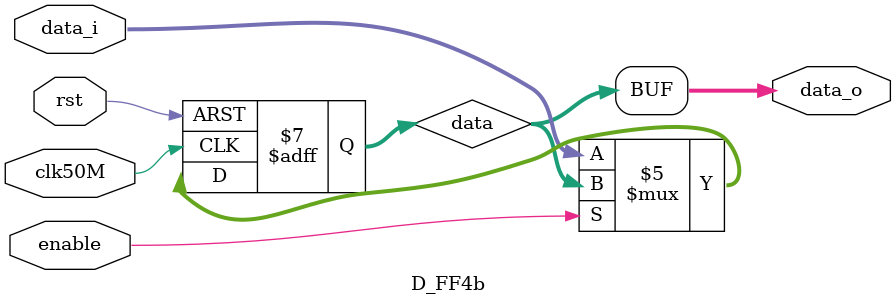
<source format=sv>
module D_FF4b
#(parameter WIDTH=4) // fill number of bits 
(
	input logic clk50M, rst, enable,
	input logic [WIDTH-1:0] data_i,
	output logic [WIDTH-1:0] data_o
);

/*logic clk;
clk_1Hz clk1hz ( .clk50M(clk50M), .clk(clk));*/

reg [WIDTH-1:0] data;
always_ff@ (posedge clk50M or negedge rst) 
	if (!rst) begin
		data <= 0;
	end else 
	if (!enable) begin
		data <= data_i;
	end else begin
		data <= data;
	end
assign data_o=data;
endmodule 
</source>
